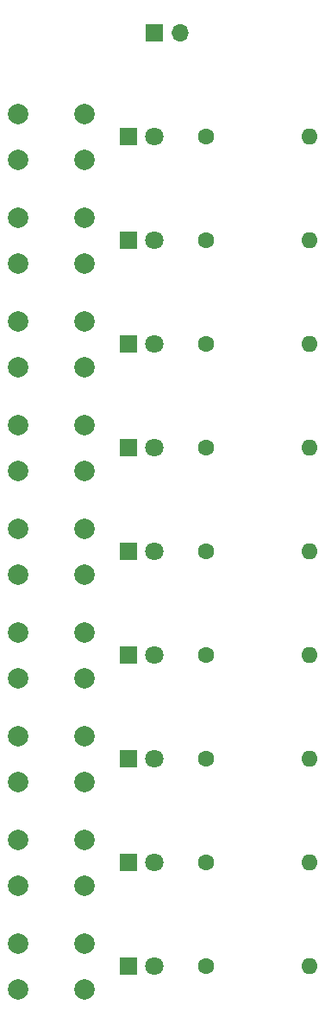
<source format=gbr>
%TF.GenerationSoftware,KiCad,Pcbnew,7.0.5-0*%
%TF.CreationDate,2023-07-07T14:44:46-07:00*%
%TF.ProjectId,loots of leds 2.0,6c6f6f74-7320-46f6-9620-6c6564732032,rev?*%
%TF.SameCoordinates,Original*%
%TF.FileFunction,Copper,L2,Bot*%
%TF.FilePolarity,Positive*%
%FSLAX46Y46*%
G04 Gerber Fmt 4.6, Leading zero omitted, Abs format (unit mm)*
G04 Created by KiCad (PCBNEW 7.0.5-0) date 2023-07-07 14:44:46*
%MOMM*%
%LPD*%
G01*
G04 APERTURE LIST*
%TA.AperFunction,ComponentPad*%
%ADD10C,2.000000*%
%TD*%
%TA.AperFunction,ComponentPad*%
%ADD11C,1.600000*%
%TD*%
%TA.AperFunction,ComponentPad*%
%ADD12O,1.600000X1.600000*%
%TD*%
%TA.AperFunction,ComponentPad*%
%ADD13R,1.800000X1.800000*%
%TD*%
%TA.AperFunction,ComponentPad*%
%ADD14C,1.800000*%
%TD*%
%TA.AperFunction,ComponentPad*%
%ADD15R,1.700000X1.700000*%
%TD*%
%TA.AperFunction,ComponentPad*%
%ADD16O,1.700000X1.700000*%
%TD*%
G04 APERTURE END LIST*
D10*
%TO.P,SW4,1,1*%
%TO.N,Net-(J1-Pin_1)*%
X161850000Y-35850000D03*
X168350000Y-35850000D03*
%TO.P,SW4,2,2*%
%TO.N,Net-(D6-K)*%
X161850000Y-40350000D03*
X168350000Y-40350000D03*
%TD*%
%TO.P,SW5,1,1*%
%TO.N,Net-(J1-Pin_1)*%
X161850000Y-46010000D03*
X168350000Y-46010000D03*
%TO.P,SW5,2,2*%
%TO.N,Net-(D5-K)*%
X161850000Y-50510000D03*
X168350000Y-50510000D03*
%TD*%
D11*
%TO.P,R7,1*%
%TO.N,Net-(D7-A)*%
X180340000Y-88900000D03*
D12*
%TO.P,R7,2*%
%TO.N,Net-(J1-Pin_2)*%
X190500000Y-88900000D03*
%TD*%
D13*
%TO.P,D5,1,K*%
%TO.N,Net-(D5-K)*%
X172720000Y-48260000D03*
D14*
%TO.P,D5,2,A*%
%TO.N,Net-(D5-A)*%
X175260000Y-48260000D03*
%TD*%
D11*
%TO.P,R2,1*%
%TO.N,Net-(D2-A)*%
X180340000Y-99060000D03*
D12*
%TO.P,R2,2*%
%TO.N,Net-(J1-Pin_2)*%
X190500000Y-99060000D03*
%TD*%
D11*
%TO.P,R3,1*%
%TO.N,Net-(D3-A)*%
X180340000Y-119380000D03*
D12*
%TO.P,R3,2*%
%TO.N,Net-(J1-Pin_2)*%
X190500000Y-119380000D03*
%TD*%
D13*
%TO.P,D1,1,K*%
%TO.N,Net-(D1-K)*%
X172720000Y-68580000D03*
D14*
%TO.P,D1,2,A*%
%TO.N,Net-(D1-A)*%
X175260000Y-68580000D03*
%TD*%
D13*
%TO.P,D9,1,K*%
%TO.N,Net-(D9-K)*%
X172720000Y-109220000D03*
D14*
%TO.P,D9,2,A*%
%TO.N,Net-(D9-A)*%
X175260000Y-109220000D03*
%TD*%
D15*
%TO.P,J1,1,Pin_1*%
%TO.N,Net-(J1-Pin_1)*%
X175260000Y-27940000D03*
D16*
%TO.P,J1,2,Pin_2*%
%TO.N,Net-(J1-Pin_2)*%
X177800000Y-27940000D03*
%TD*%
D11*
%TO.P,R8,1*%
%TO.N,Net-(D8-A)*%
X180340000Y-78740000D03*
D12*
%TO.P,R8,2*%
%TO.N,Net-(J1-Pin_2)*%
X190500000Y-78740000D03*
%TD*%
D10*
%TO.P,SW9,1,1*%
%TO.N,Net-(J1-Pin_1)*%
X161850000Y-66330000D03*
X168350000Y-66330000D03*
%TO.P,SW9,2,2*%
%TO.N,Net-(D1-K)*%
X161850000Y-70830000D03*
X168350000Y-70830000D03*
%TD*%
D13*
%TO.P,D7,1,K*%
%TO.N,Net-(D7-K)*%
X172720000Y-88900000D03*
D14*
%TO.P,D7,2,A*%
%TO.N,Net-(D7-A)*%
X175260000Y-88900000D03*
%TD*%
D13*
%TO.P,D6,1,K*%
%TO.N,Net-(D6-K)*%
X172720000Y-38100000D03*
D14*
%TO.P,D6,2,A*%
%TO.N,Net-(D6-A)*%
X175260000Y-38100000D03*
%TD*%
D13*
%TO.P,D8,1,K*%
%TO.N,Net-(D8-K)*%
X172720000Y-78740000D03*
D14*
%TO.P,D8,2,A*%
%TO.N,Net-(D8-A)*%
X175260000Y-78740000D03*
%TD*%
D13*
%TO.P,D3,1,K*%
%TO.N,Net-(D3-K)*%
X172720000Y-119380000D03*
D14*
%TO.P,D3,2,A*%
%TO.N,Net-(D3-A)*%
X175260000Y-119380000D03*
%TD*%
D11*
%TO.P,R9,1*%
%TO.N,Net-(D9-A)*%
X180340000Y-109220000D03*
D12*
%TO.P,R9,2*%
%TO.N,Net-(J1-Pin_2)*%
X190500000Y-109220000D03*
%TD*%
D10*
%TO.P,SW3,1,1*%
%TO.N,Net-(J1-Pin_1)*%
X161850000Y-86650000D03*
X168350000Y-86650000D03*
%TO.P,SW3,2,2*%
%TO.N,Net-(D7-K)*%
X161850000Y-91150000D03*
X168350000Y-91150000D03*
%TD*%
%TO.P,SW6,1,1*%
%TO.N,Net-(J1-Pin_1)*%
X161850000Y-56170000D03*
X168350000Y-56170000D03*
%TO.P,SW6,2,2*%
%TO.N,Net-(D4-K)*%
X161850000Y-60670000D03*
X168350000Y-60670000D03*
%TD*%
D11*
%TO.P,R6,1*%
%TO.N,Net-(D6-A)*%
X180340000Y-38100000D03*
D12*
%TO.P,R6,2*%
%TO.N,Net-(J1-Pin_2)*%
X190500000Y-38100000D03*
%TD*%
D10*
%TO.P,SW7,1,1*%
%TO.N,Net-(J1-Pin_1)*%
X161850000Y-117130000D03*
X168350000Y-117130000D03*
%TO.P,SW7,2,2*%
%TO.N,Net-(D3-K)*%
X161850000Y-121630000D03*
X168350000Y-121630000D03*
%TD*%
D13*
%TO.P,D4,1,K*%
%TO.N,Net-(D4-K)*%
X172720000Y-58420000D03*
D14*
%TO.P,D4,2,A*%
%TO.N,Net-(D4-A)*%
X175260000Y-58420000D03*
%TD*%
D10*
%TO.P,SW8,1,1*%
%TO.N,Net-(J1-Pin_1)*%
X161850000Y-96810000D03*
X168350000Y-96810000D03*
%TO.P,SW8,2,2*%
%TO.N,Net-(D2-K)*%
X161850000Y-101310000D03*
X168350000Y-101310000D03*
%TD*%
D11*
%TO.P,R5,1*%
%TO.N,Net-(D5-A)*%
X180340000Y-48260000D03*
D12*
%TO.P,R5,2*%
%TO.N,Net-(J1-Pin_2)*%
X190500000Y-48260000D03*
%TD*%
D13*
%TO.P,D2,1,K*%
%TO.N,Net-(D2-K)*%
X172720000Y-99060000D03*
D14*
%TO.P,D2,2,A*%
%TO.N,Net-(D2-A)*%
X175260000Y-99060000D03*
%TD*%
D11*
%TO.P,R4,1*%
%TO.N,Net-(D4-A)*%
X180340000Y-58420000D03*
D12*
%TO.P,R4,2*%
%TO.N,Net-(J1-Pin_2)*%
X190500000Y-58420000D03*
%TD*%
D10*
%TO.P,SW1,1,1*%
%TO.N,Net-(J1-Pin_1)*%
X161850000Y-106970000D03*
X168350000Y-106970000D03*
%TO.P,SW1,2,2*%
%TO.N,Net-(D9-K)*%
X161850000Y-111470000D03*
X168350000Y-111470000D03*
%TD*%
%TO.P,SW2,1,1*%
%TO.N,Net-(J1-Pin_1)*%
X161850000Y-76490000D03*
X168350000Y-76490000D03*
%TO.P,SW2,2,2*%
%TO.N,Net-(D8-K)*%
X161850000Y-80990000D03*
X168350000Y-80990000D03*
%TD*%
D11*
%TO.P,R1,1*%
%TO.N,Net-(D1-A)*%
X180340000Y-68580000D03*
D12*
%TO.P,R1,2*%
%TO.N,Net-(J1-Pin_2)*%
X190500000Y-68580000D03*
%TD*%
M02*

</source>
